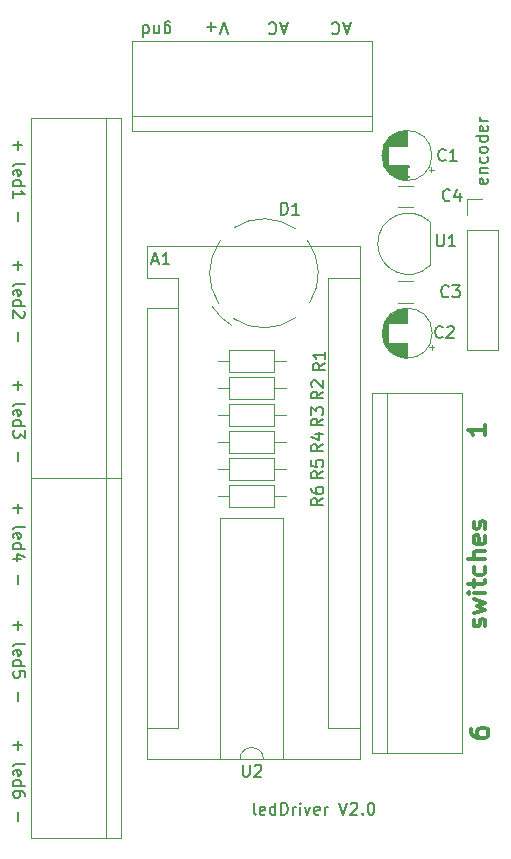
<source format=gbr>
%TF.GenerationSoftware,KiCad,Pcbnew,(5.1.12)-1*%
%TF.CreationDate,2022-01-07T12:55:28+01:00*%
%TF.ProjectId,leddriver,6c656464-7269-4766-9572-2e6b69636164,rev?*%
%TF.SameCoordinates,Original*%
%TF.FileFunction,Legend,Top*%
%TF.FilePolarity,Positive*%
%FSLAX46Y46*%
G04 Gerber Fmt 4.6, Leading zero omitted, Abs format (unit mm)*
G04 Created by KiCad (PCBNEW (5.1.12)-1) date 2022-01-07 12:55:28*
%MOMM*%
%LPD*%
G01*
G04 APERTURE LIST*
%ADD10C,0.150000*%
%ADD11C,0.300000*%
%ADD12C,0.120000*%
G04 APERTURE END LIST*
D10*
X82320428Y-86177380D02*
X82225190Y-86129761D01*
X82177571Y-86034523D01*
X82177571Y-85177380D01*
X83082333Y-86129761D02*
X82987095Y-86177380D01*
X82796619Y-86177380D01*
X82701380Y-86129761D01*
X82653761Y-86034523D01*
X82653761Y-85653571D01*
X82701380Y-85558333D01*
X82796619Y-85510714D01*
X82987095Y-85510714D01*
X83082333Y-85558333D01*
X83129952Y-85653571D01*
X83129952Y-85748809D01*
X82653761Y-85844047D01*
X83987095Y-86177380D02*
X83987095Y-85177380D01*
X83987095Y-86129761D02*
X83891857Y-86177380D01*
X83701380Y-86177380D01*
X83606142Y-86129761D01*
X83558523Y-86082142D01*
X83510904Y-85986904D01*
X83510904Y-85701190D01*
X83558523Y-85605952D01*
X83606142Y-85558333D01*
X83701380Y-85510714D01*
X83891857Y-85510714D01*
X83987095Y-85558333D01*
X84463285Y-86177380D02*
X84463285Y-85177380D01*
X84701380Y-85177380D01*
X84844238Y-85225000D01*
X84939476Y-85320238D01*
X84987095Y-85415476D01*
X85034714Y-85605952D01*
X85034714Y-85748809D01*
X84987095Y-85939285D01*
X84939476Y-86034523D01*
X84844238Y-86129761D01*
X84701380Y-86177380D01*
X84463285Y-86177380D01*
X85463285Y-86177380D02*
X85463285Y-85510714D01*
X85463285Y-85701190D02*
X85510904Y-85605952D01*
X85558523Y-85558333D01*
X85653761Y-85510714D01*
X85749000Y-85510714D01*
X86082333Y-86177380D02*
X86082333Y-85510714D01*
X86082333Y-85177380D02*
X86034714Y-85225000D01*
X86082333Y-85272619D01*
X86129952Y-85225000D01*
X86082333Y-85177380D01*
X86082333Y-85272619D01*
X86463285Y-85510714D02*
X86701380Y-86177380D01*
X86939476Y-85510714D01*
X87701380Y-86129761D02*
X87606142Y-86177380D01*
X87415666Y-86177380D01*
X87320428Y-86129761D01*
X87272809Y-86034523D01*
X87272809Y-85653571D01*
X87320428Y-85558333D01*
X87415666Y-85510714D01*
X87606142Y-85510714D01*
X87701380Y-85558333D01*
X87749000Y-85653571D01*
X87749000Y-85748809D01*
X87272809Y-85844047D01*
X88177571Y-86177380D02*
X88177571Y-85510714D01*
X88177571Y-85701190D02*
X88225190Y-85605952D01*
X88272809Y-85558333D01*
X88368047Y-85510714D01*
X88463285Y-85510714D01*
X89415666Y-85177380D02*
X89749000Y-86177380D01*
X90082333Y-85177380D01*
X90368047Y-85272619D02*
X90415666Y-85225000D01*
X90510904Y-85177380D01*
X90749000Y-85177380D01*
X90844238Y-85225000D01*
X90891857Y-85272619D01*
X90939476Y-85367857D01*
X90939476Y-85463095D01*
X90891857Y-85605952D01*
X90320428Y-86177380D01*
X90939476Y-86177380D01*
X91368047Y-86082142D02*
X91415666Y-86129761D01*
X91368047Y-86177380D01*
X91320428Y-86129761D01*
X91368047Y-86082142D01*
X91368047Y-86177380D01*
X92034714Y-85177380D02*
X92129952Y-85177380D01*
X92225190Y-85225000D01*
X92272809Y-85272619D01*
X92320428Y-85367857D01*
X92368047Y-85558333D01*
X92368047Y-85796428D01*
X92320428Y-85986904D01*
X92272809Y-86082142D01*
X92225190Y-86129761D01*
X92129952Y-86177380D01*
X92034714Y-86177380D01*
X91939476Y-86129761D01*
X91891857Y-86082142D01*
X91844238Y-85986904D01*
X91796619Y-85796428D01*
X91796619Y-85558333D01*
X91844238Y-85367857D01*
X91891857Y-85272619D01*
X91939476Y-85225000D01*
X92034714Y-85177380D01*
X101904761Y-32333333D02*
X101952380Y-32428571D01*
X101952380Y-32619047D01*
X101904761Y-32714285D01*
X101809523Y-32761904D01*
X101428571Y-32761904D01*
X101333333Y-32714285D01*
X101285714Y-32619047D01*
X101285714Y-32428571D01*
X101333333Y-32333333D01*
X101428571Y-32285714D01*
X101523809Y-32285714D01*
X101619047Y-32761904D01*
X101285714Y-31857142D02*
X101952380Y-31857142D01*
X101380952Y-31857142D02*
X101333333Y-31809523D01*
X101285714Y-31714285D01*
X101285714Y-31571428D01*
X101333333Y-31476190D01*
X101428571Y-31428571D01*
X101952380Y-31428571D01*
X101904761Y-30523809D02*
X101952380Y-30619047D01*
X101952380Y-30809523D01*
X101904761Y-30904761D01*
X101857142Y-30952380D01*
X101761904Y-31000000D01*
X101476190Y-31000000D01*
X101380952Y-30952380D01*
X101333333Y-30904761D01*
X101285714Y-30809523D01*
X101285714Y-30619047D01*
X101333333Y-30523809D01*
X101952380Y-29952380D02*
X101904761Y-30047619D01*
X101857142Y-30095238D01*
X101761904Y-30142857D01*
X101476190Y-30142857D01*
X101380952Y-30095238D01*
X101333333Y-30047619D01*
X101285714Y-29952380D01*
X101285714Y-29809523D01*
X101333333Y-29714285D01*
X101380952Y-29666666D01*
X101476190Y-29619047D01*
X101761904Y-29619047D01*
X101857142Y-29666666D01*
X101904761Y-29714285D01*
X101952380Y-29809523D01*
X101952380Y-29952380D01*
X101952380Y-28761904D02*
X100952380Y-28761904D01*
X101904761Y-28761904D02*
X101952380Y-28857142D01*
X101952380Y-29047619D01*
X101904761Y-29142857D01*
X101857142Y-29190476D01*
X101761904Y-29238095D01*
X101476190Y-29238095D01*
X101380952Y-29190476D01*
X101333333Y-29142857D01*
X101285714Y-29047619D01*
X101285714Y-28857142D01*
X101333333Y-28761904D01*
X101904761Y-27904761D02*
X101952380Y-28000000D01*
X101952380Y-28190476D01*
X101904761Y-28285714D01*
X101809523Y-28333333D01*
X101428571Y-28333333D01*
X101333333Y-28285714D01*
X101285714Y-28190476D01*
X101285714Y-28000000D01*
X101333333Y-27904761D01*
X101428571Y-27857142D01*
X101523809Y-27857142D01*
X101619047Y-28333333D01*
X101952380Y-27428571D02*
X101285714Y-27428571D01*
X101476190Y-27428571D02*
X101380952Y-27380952D01*
X101333333Y-27333333D01*
X101285714Y-27238095D01*
X101285714Y-27142857D01*
X90273047Y-19391333D02*
X89796857Y-19391333D01*
X90368285Y-19105619D02*
X90034952Y-20105619D01*
X89701619Y-19105619D01*
X88796857Y-19200857D02*
X88844476Y-19153238D01*
X88987333Y-19105619D01*
X89082571Y-19105619D01*
X89225428Y-19153238D01*
X89320666Y-19248476D01*
X89368285Y-19343714D01*
X89415904Y-19534190D01*
X89415904Y-19677047D01*
X89368285Y-19867523D01*
X89320666Y-19962761D01*
X89225428Y-20058000D01*
X89082571Y-20105619D01*
X88987333Y-20105619D01*
X88844476Y-20058000D01*
X88796857Y-20010380D01*
X84939047Y-19391333D02*
X84462857Y-19391333D01*
X85034285Y-19105619D02*
X84700952Y-20105619D01*
X84367619Y-19105619D01*
X83462857Y-19200857D02*
X83510476Y-19153238D01*
X83653333Y-19105619D01*
X83748571Y-19105619D01*
X83891428Y-19153238D01*
X83986666Y-19248476D01*
X84034285Y-19343714D01*
X84081904Y-19534190D01*
X84081904Y-19677047D01*
X84034285Y-19867523D01*
X83986666Y-19962761D01*
X83891428Y-20058000D01*
X83748571Y-20105619D01*
X83653333Y-20105619D01*
X83510476Y-20058000D01*
X83462857Y-20010380D01*
X79946380Y-20105619D02*
X79613047Y-19105619D01*
X79279714Y-20105619D01*
X78946380Y-19486571D02*
X78184476Y-19486571D01*
X78565428Y-19105619D02*
X78565428Y-19867523D01*
X74604476Y-20026285D02*
X74604476Y-19216761D01*
X74652095Y-19121523D01*
X74699714Y-19073904D01*
X74794952Y-19026285D01*
X74937809Y-19026285D01*
X75033047Y-19073904D01*
X74604476Y-19407238D02*
X74699714Y-19359619D01*
X74890190Y-19359619D01*
X74985428Y-19407238D01*
X75033047Y-19454857D01*
X75080666Y-19550095D01*
X75080666Y-19835809D01*
X75033047Y-19931047D01*
X74985428Y-19978666D01*
X74890190Y-20026285D01*
X74699714Y-20026285D01*
X74604476Y-19978666D01*
X74128285Y-20026285D02*
X74128285Y-19359619D01*
X74128285Y-19931047D02*
X74080666Y-19978666D01*
X73985428Y-20026285D01*
X73842571Y-20026285D01*
X73747333Y-19978666D01*
X73699714Y-19883428D01*
X73699714Y-19359619D01*
X72794952Y-19359619D02*
X72794952Y-20359619D01*
X72794952Y-19407238D02*
X72890190Y-19359619D01*
X73080666Y-19359619D01*
X73175904Y-19407238D01*
X73223523Y-19454857D01*
X73271142Y-19550095D01*
X73271142Y-19835809D01*
X73223523Y-19931047D01*
X73175904Y-19978666D01*
X73080666Y-20026285D01*
X72890190Y-20026285D01*
X72794952Y-19978666D01*
D11*
X101770571Y-53165428D02*
X101770571Y-54022571D01*
X101770571Y-53594000D02*
X100270571Y-53594000D01*
X100484857Y-53736857D01*
X100627714Y-53879714D01*
X100699142Y-54022571D01*
X100524571Y-78962285D02*
X100524571Y-79248000D01*
X100596000Y-79390857D01*
X100667428Y-79462285D01*
X100881714Y-79605142D01*
X101167428Y-79676571D01*
X101738857Y-79676571D01*
X101881714Y-79605142D01*
X101953142Y-79533714D01*
X102024571Y-79390857D01*
X102024571Y-79105142D01*
X101953142Y-78962285D01*
X101881714Y-78890857D01*
X101738857Y-78819428D01*
X101381714Y-78819428D01*
X101238857Y-78890857D01*
X101167428Y-78962285D01*
X101096000Y-79105142D01*
X101096000Y-79390857D01*
X101167428Y-79533714D01*
X101238857Y-79605142D01*
X101381714Y-79676571D01*
X101699142Y-70250285D02*
X101770571Y-70107428D01*
X101770571Y-69821714D01*
X101699142Y-69678857D01*
X101556285Y-69607428D01*
X101484857Y-69607428D01*
X101342000Y-69678857D01*
X101270571Y-69821714D01*
X101270571Y-70036000D01*
X101199142Y-70178857D01*
X101056285Y-70250285D01*
X100984857Y-70250285D01*
X100842000Y-70178857D01*
X100770571Y-70036000D01*
X100770571Y-69821714D01*
X100842000Y-69678857D01*
X100770571Y-69107428D02*
X101770571Y-68821714D01*
X101056285Y-68536000D01*
X101770571Y-68250285D01*
X100770571Y-67964571D01*
X101770571Y-67393142D02*
X100770571Y-67393142D01*
X100270571Y-67393142D02*
X100342000Y-67464571D01*
X100413428Y-67393142D01*
X100342000Y-67321714D01*
X100270571Y-67393142D01*
X100413428Y-67393142D01*
X100770571Y-66893142D02*
X100770571Y-66321714D01*
X100270571Y-66678857D02*
X101556285Y-66678857D01*
X101699142Y-66607428D01*
X101770571Y-66464571D01*
X101770571Y-66321714D01*
X101699142Y-65178857D02*
X101770571Y-65321714D01*
X101770571Y-65607428D01*
X101699142Y-65750285D01*
X101627714Y-65821714D01*
X101484857Y-65893142D01*
X101056285Y-65893142D01*
X100913428Y-65821714D01*
X100842000Y-65750285D01*
X100770571Y-65607428D01*
X100770571Y-65321714D01*
X100842000Y-65178857D01*
X101770571Y-64536000D02*
X100270571Y-64536000D01*
X101770571Y-63893142D02*
X100984857Y-63893142D01*
X100842000Y-63964571D01*
X100770571Y-64107428D01*
X100770571Y-64321714D01*
X100842000Y-64464571D01*
X100913428Y-64536000D01*
X101699142Y-62607428D02*
X101770571Y-62750285D01*
X101770571Y-63036000D01*
X101699142Y-63178857D01*
X101556285Y-63250285D01*
X100984857Y-63250285D01*
X100842000Y-63178857D01*
X100770571Y-63036000D01*
X100770571Y-62750285D01*
X100842000Y-62607428D01*
X100984857Y-62536000D01*
X101127714Y-62536000D01*
X101270571Y-63250285D01*
X101699142Y-61964571D02*
X101770571Y-61821714D01*
X101770571Y-61536000D01*
X101699142Y-61393142D01*
X101556285Y-61321714D01*
X101484857Y-61321714D01*
X101342000Y-61393142D01*
X101270571Y-61536000D01*
X101270571Y-61750285D01*
X101199142Y-61893142D01*
X101056285Y-61964571D01*
X100984857Y-61964571D01*
X100842000Y-61893142D01*
X100770571Y-61750285D01*
X100770571Y-61536000D01*
X100842000Y-61393142D01*
D10*
X62158571Y-79931047D02*
X62158571Y-80692952D01*
X61777619Y-80312000D02*
X62539523Y-80312000D01*
X61777619Y-82073904D02*
X61825238Y-81978666D01*
X61920476Y-81931047D01*
X62777619Y-81931047D01*
X61825238Y-82835809D02*
X61777619Y-82740571D01*
X61777619Y-82550095D01*
X61825238Y-82454857D01*
X61920476Y-82407238D01*
X62301428Y-82407238D01*
X62396666Y-82454857D01*
X62444285Y-82550095D01*
X62444285Y-82740571D01*
X62396666Y-82835809D01*
X62301428Y-82883428D01*
X62206190Y-82883428D01*
X62110952Y-82407238D01*
X61777619Y-83740571D02*
X62777619Y-83740571D01*
X61825238Y-83740571D02*
X61777619Y-83645333D01*
X61777619Y-83454857D01*
X61825238Y-83359619D01*
X61872857Y-83312000D01*
X61968095Y-83264380D01*
X62253809Y-83264380D01*
X62349047Y-83312000D01*
X62396666Y-83359619D01*
X62444285Y-83454857D01*
X62444285Y-83645333D01*
X62396666Y-83740571D01*
X62777619Y-84645333D02*
X62777619Y-84454857D01*
X62730000Y-84359619D01*
X62682380Y-84312000D01*
X62539523Y-84216761D01*
X62349047Y-84169142D01*
X61968095Y-84169142D01*
X61872857Y-84216761D01*
X61825238Y-84264380D01*
X61777619Y-84359619D01*
X61777619Y-84550095D01*
X61825238Y-84645333D01*
X61872857Y-84692952D01*
X61968095Y-84740571D01*
X62206190Y-84740571D01*
X62301428Y-84692952D01*
X62349047Y-84645333D01*
X62396666Y-84550095D01*
X62396666Y-84359619D01*
X62349047Y-84264380D01*
X62301428Y-84216761D01*
X62206190Y-84169142D01*
X62158571Y-85931047D02*
X62158571Y-86692952D01*
X62158571Y-69771047D02*
X62158571Y-70532952D01*
X61777619Y-70152000D02*
X62539523Y-70152000D01*
X61777619Y-71913904D02*
X61825238Y-71818666D01*
X61920476Y-71771047D01*
X62777619Y-71771047D01*
X61825238Y-72675809D02*
X61777619Y-72580571D01*
X61777619Y-72390095D01*
X61825238Y-72294857D01*
X61920476Y-72247238D01*
X62301428Y-72247238D01*
X62396666Y-72294857D01*
X62444285Y-72390095D01*
X62444285Y-72580571D01*
X62396666Y-72675809D01*
X62301428Y-72723428D01*
X62206190Y-72723428D01*
X62110952Y-72247238D01*
X61777619Y-73580571D02*
X62777619Y-73580571D01*
X61825238Y-73580571D02*
X61777619Y-73485333D01*
X61777619Y-73294857D01*
X61825238Y-73199619D01*
X61872857Y-73152000D01*
X61968095Y-73104380D01*
X62253809Y-73104380D01*
X62349047Y-73152000D01*
X62396666Y-73199619D01*
X62444285Y-73294857D01*
X62444285Y-73485333D01*
X62396666Y-73580571D01*
X62777619Y-74532952D02*
X62777619Y-74056761D01*
X62301428Y-74009142D01*
X62349047Y-74056761D01*
X62396666Y-74152000D01*
X62396666Y-74390095D01*
X62349047Y-74485333D01*
X62301428Y-74532952D01*
X62206190Y-74580571D01*
X61968095Y-74580571D01*
X61872857Y-74532952D01*
X61825238Y-74485333D01*
X61777619Y-74390095D01*
X61777619Y-74152000D01*
X61825238Y-74056761D01*
X61872857Y-74009142D01*
X62158571Y-75771047D02*
X62158571Y-76532952D01*
X62158571Y-59865047D02*
X62158571Y-60626952D01*
X61777619Y-60246000D02*
X62539523Y-60246000D01*
X61777619Y-62007904D02*
X61825238Y-61912666D01*
X61920476Y-61865047D01*
X62777619Y-61865047D01*
X61825238Y-62769809D02*
X61777619Y-62674571D01*
X61777619Y-62484095D01*
X61825238Y-62388857D01*
X61920476Y-62341238D01*
X62301428Y-62341238D01*
X62396666Y-62388857D01*
X62444285Y-62484095D01*
X62444285Y-62674571D01*
X62396666Y-62769809D01*
X62301428Y-62817428D01*
X62206190Y-62817428D01*
X62110952Y-62341238D01*
X61777619Y-63674571D02*
X62777619Y-63674571D01*
X61825238Y-63674571D02*
X61777619Y-63579333D01*
X61777619Y-63388857D01*
X61825238Y-63293619D01*
X61872857Y-63246000D01*
X61968095Y-63198380D01*
X62253809Y-63198380D01*
X62349047Y-63246000D01*
X62396666Y-63293619D01*
X62444285Y-63388857D01*
X62444285Y-63579333D01*
X62396666Y-63674571D01*
X62444285Y-64579333D02*
X61777619Y-64579333D01*
X62825238Y-64341238D02*
X62110952Y-64103142D01*
X62110952Y-64722190D01*
X62158571Y-65865047D02*
X62158571Y-66626952D01*
X62158571Y-49451047D02*
X62158571Y-50212952D01*
X61777619Y-49832000D02*
X62539523Y-49832000D01*
X61777619Y-51593904D02*
X61825238Y-51498666D01*
X61920476Y-51451047D01*
X62777619Y-51451047D01*
X61825238Y-52355809D02*
X61777619Y-52260571D01*
X61777619Y-52070095D01*
X61825238Y-51974857D01*
X61920476Y-51927238D01*
X62301428Y-51927238D01*
X62396666Y-51974857D01*
X62444285Y-52070095D01*
X62444285Y-52260571D01*
X62396666Y-52355809D01*
X62301428Y-52403428D01*
X62206190Y-52403428D01*
X62110952Y-51927238D01*
X61777619Y-53260571D02*
X62777619Y-53260571D01*
X61825238Y-53260571D02*
X61777619Y-53165333D01*
X61777619Y-52974857D01*
X61825238Y-52879619D01*
X61872857Y-52832000D01*
X61968095Y-52784380D01*
X62253809Y-52784380D01*
X62349047Y-52832000D01*
X62396666Y-52879619D01*
X62444285Y-52974857D01*
X62444285Y-53165333D01*
X62396666Y-53260571D01*
X62777619Y-53641523D02*
X62777619Y-54260571D01*
X62396666Y-53927238D01*
X62396666Y-54070095D01*
X62349047Y-54165333D01*
X62301428Y-54212952D01*
X62206190Y-54260571D01*
X61968095Y-54260571D01*
X61872857Y-54212952D01*
X61825238Y-54165333D01*
X61777619Y-54070095D01*
X61777619Y-53784380D01*
X61825238Y-53689142D01*
X61872857Y-53641523D01*
X62158571Y-55451047D02*
X62158571Y-56212952D01*
X62158571Y-39291047D02*
X62158571Y-40052952D01*
X61777619Y-39672000D02*
X62539523Y-39672000D01*
X61777619Y-41433904D02*
X61825238Y-41338666D01*
X61920476Y-41291047D01*
X62777619Y-41291047D01*
X61825238Y-42195809D02*
X61777619Y-42100571D01*
X61777619Y-41910095D01*
X61825238Y-41814857D01*
X61920476Y-41767238D01*
X62301428Y-41767238D01*
X62396666Y-41814857D01*
X62444285Y-41910095D01*
X62444285Y-42100571D01*
X62396666Y-42195809D01*
X62301428Y-42243428D01*
X62206190Y-42243428D01*
X62110952Y-41767238D01*
X61777619Y-43100571D02*
X62777619Y-43100571D01*
X61825238Y-43100571D02*
X61777619Y-43005333D01*
X61777619Y-42814857D01*
X61825238Y-42719619D01*
X61872857Y-42672000D01*
X61968095Y-42624380D01*
X62253809Y-42624380D01*
X62349047Y-42672000D01*
X62396666Y-42719619D01*
X62444285Y-42814857D01*
X62444285Y-43005333D01*
X62396666Y-43100571D01*
X62682380Y-43529142D02*
X62730000Y-43576761D01*
X62777619Y-43672000D01*
X62777619Y-43910095D01*
X62730000Y-44005333D01*
X62682380Y-44052952D01*
X62587142Y-44100571D01*
X62491904Y-44100571D01*
X62349047Y-44052952D01*
X61777619Y-43481523D01*
X61777619Y-44100571D01*
X62158571Y-45291047D02*
X62158571Y-46052952D01*
X62158571Y-29131047D02*
X62158571Y-29892952D01*
X61777619Y-29512000D02*
X62539523Y-29512000D01*
X61777619Y-31273904D02*
X61825238Y-31178666D01*
X61920476Y-31131047D01*
X62777619Y-31131047D01*
X61825238Y-32035809D02*
X61777619Y-31940571D01*
X61777619Y-31750095D01*
X61825238Y-31654857D01*
X61920476Y-31607238D01*
X62301428Y-31607238D01*
X62396666Y-31654857D01*
X62444285Y-31750095D01*
X62444285Y-31940571D01*
X62396666Y-32035809D01*
X62301428Y-32083428D01*
X62206190Y-32083428D01*
X62110952Y-31607238D01*
X61777619Y-32940571D02*
X62777619Y-32940571D01*
X61825238Y-32940571D02*
X61777619Y-32845333D01*
X61777619Y-32654857D01*
X61825238Y-32559619D01*
X61872857Y-32512000D01*
X61968095Y-32464380D01*
X62253809Y-32464380D01*
X62349047Y-32512000D01*
X62396666Y-32559619D01*
X62444285Y-32654857D01*
X62444285Y-32845333D01*
X62396666Y-32940571D01*
X61777619Y-33940571D02*
X61777619Y-33369142D01*
X61777619Y-33654857D02*
X62777619Y-33654857D01*
X62634761Y-33559619D01*
X62539523Y-33464380D01*
X62491904Y-33369142D01*
X62158571Y-35131047D02*
X62158571Y-35892952D01*
D12*
%TO.C,C4*%
X95645000Y-32921000D02*
X94387000Y-32921000D01*
X95645000Y-34761000D02*
X94387000Y-34761000D01*
%TO.C,U1*%
X97100000Y-39646000D02*
X97100000Y-36046000D01*
X97088478Y-36007522D02*
G75*
G03*
X92650000Y-37846000I-1838478J-1838478D01*
G01*
X97088478Y-39684478D02*
G75*
G02*
X92650000Y-37846000I-1838478J1838478D01*
G01*
%TO.C,U2*%
X82988000Y-81508000D02*
X84638000Y-81508000D01*
X84638000Y-81508000D02*
X84638000Y-61068000D01*
X84638000Y-61068000D02*
X79338000Y-61068000D01*
X79338000Y-61068000D02*
X79338000Y-81508000D01*
X79338000Y-81508000D02*
X80988000Y-81508000D01*
X80988000Y-81508000D02*
G75*
G02*
X82988000Y-81508000I1000000J0D01*
G01*
%TO.C,R6*%
X80068000Y-58303000D02*
X80068000Y-60143000D01*
X80068000Y-60143000D02*
X83908000Y-60143000D01*
X83908000Y-60143000D02*
X83908000Y-58303000D01*
X83908000Y-58303000D02*
X80068000Y-58303000D01*
X79118000Y-59223000D02*
X80068000Y-59223000D01*
X84858000Y-59223000D02*
X83908000Y-59223000D01*
%TO.C,R5*%
X80068000Y-56017000D02*
X80068000Y-57857000D01*
X80068000Y-57857000D02*
X83908000Y-57857000D01*
X83908000Y-57857000D02*
X83908000Y-56017000D01*
X83908000Y-56017000D02*
X80068000Y-56017000D01*
X79118000Y-56937000D02*
X80068000Y-56937000D01*
X84858000Y-56937000D02*
X83908000Y-56937000D01*
%TO.C,R4*%
X80068000Y-53731000D02*
X80068000Y-55571000D01*
X80068000Y-55571000D02*
X83908000Y-55571000D01*
X83908000Y-55571000D02*
X83908000Y-53731000D01*
X83908000Y-53731000D02*
X80068000Y-53731000D01*
X79118000Y-54651000D02*
X80068000Y-54651000D01*
X84858000Y-54651000D02*
X83908000Y-54651000D01*
%TO.C,R3*%
X80068000Y-51445000D02*
X80068000Y-53285000D01*
X80068000Y-53285000D02*
X83908000Y-53285000D01*
X83908000Y-53285000D02*
X83908000Y-51445000D01*
X83908000Y-51445000D02*
X80068000Y-51445000D01*
X79118000Y-52365000D02*
X80068000Y-52365000D01*
X84858000Y-52365000D02*
X83908000Y-52365000D01*
%TO.C,R2*%
X80068000Y-49159000D02*
X80068000Y-50999000D01*
X80068000Y-50999000D02*
X83908000Y-50999000D01*
X83908000Y-50999000D02*
X83908000Y-49159000D01*
X83908000Y-49159000D02*
X80068000Y-49159000D01*
X79118000Y-50079000D02*
X80068000Y-50079000D01*
X84858000Y-50079000D02*
X83908000Y-50079000D01*
%TO.C,R1*%
X80068000Y-46873000D02*
X80068000Y-48713000D01*
X80068000Y-48713000D02*
X83908000Y-48713000D01*
X83908000Y-48713000D02*
X83908000Y-46873000D01*
X83908000Y-46873000D02*
X80068000Y-46873000D01*
X79118000Y-47793000D02*
X80068000Y-47793000D01*
X84858000Y-47793000D02*
X83908000Y-47793000D01*
%TO.C,C3*%
X95655000Y-42850000D02*
X94397000Y-42850000D01*
X95655000Y-41010000D02*
X94397000Y-41010000D01*
%TO.C,C2*%
X97265000Y-45417000D02*
G75*
G03*
X97265000Y-45417000I-2120000J0D01*
G01*
X95145000Y-44577000D02*
X95145000Y-43337000D01*
X95145000Y-47497000D02*
X95145000Y-46257000D01*
X95105000Y-44577000D02*
X95105000Y-43337000D01*
X95105000Y-47497000D02*
X95105000Y-46257000D01*
X95065000Y-44577000D02*
X95065000Y-43338000D01*
X95065000Y-47496000D02*
X95065000Y-46257000D01*
X95025000Y-47494000D02*
X95025000Y-46257000D01*
X95025000Y-44577000D02*
X95025000Y-43340000D01*
X94985000Y-47491000D02*
X94985000Y-46257000D01*
X94985000Y-44577000D02*
X94985000Y-43343000D01*
X94945000Y-47488000D02*
X94945000Y-46257000D01*
X94945000Y-44577000D02*
X94945000Y-43346000D01*
X94905000Y-47484000D02*
X94905000Y-46257000D01*
X94905000Y-44577000D02*
X94905000Y-43350000D01*
X94865000Y-47479000D02*
X94865000Y-46257000D01*
X94865000Y-44577000D02*
X94865000Y-43355000D01*
X94825000Y-47473000D02*
X94825000Y-46257000D01*
X94825000Y-44577000D02*
X94825000Y-43361000D01*
X94785000Y-47467000D02*
X94785000Y-46257000D01*
X94785000Y-44577000D02*
X94785000Y-43367000D01*
X94745000Y-47459000D02*
X94745000Y-46257000D01*
X94745000Y-44577000D02*
X94745000Y-43375000D01*
X94705000Y-47451000D02*
X94705000Y-46257000D01*
X94705000Y-44577000D02*
X94705000Y-43383000D01*
X94665000Y-47442000D02*
X94665000Y-46257000D01*
X94665000Y-44577000D02*
X94665000Y-43392000D01*
X94625000Y-47433000D02*
X94625000Y-46257000D01*
X94625000Y-44577000D02*
X94625000Y-43401000D01*
X94585000Y-47422000D02*
X94585000Y-46257000D01*
X94585000Y-44577000D02*
X94585000Y-43412000D01*
X94545000Y-47411000D02*
X94545000Y-46257000D01*
X94545000Y-44577000D02*
X94545000Y-43423000D01*
X94505000Y-47399000D02*
X94505000Y-46257000D01*
X94505000Y-44577000D02*
X94505000Y-43435000D01*
X94465000Y-47385000D02*
X94465000Y-46257000D01*
X94465000Y-44577000D02*
X94465000Y-43449000D01*
X94424000Y-47371000D02*
X94424000Y-46257000D01*
X94424000Y-44577000D02*
X94424000Y-43463000D01*
X94384000Y-47357000D02*
X94384000Y-46257000D01*
X94384000Y-44577000D02*
X94384000Y-43477000D01*
X94344000Y-47341000D02*
X94344000Y-46257000D01*
X94344000Y-44577000D02*
X94344000Y-43493000D01*
X94304000Y-47324000D02*
X94304000Y-46257000D01*
X94304000Y-44577000D02*
X94304000Y-43510000D01*
X94264000Y-47306000D02*
X94264000Y-46257000D01*
X94264000Y-44577000D02*
X94264000Y-43528000D01*
X94224000Y-47287000D02*
X94224000Y-46257000D01*
X94224000Y-44577000D02*
X94224000Y-43547000D01*
X94184000Y-47268000D02*
X94184000Y-46257000D01*
X94184000Y-44577000D02*
X94184000Y-43566000D01*
X94144000Y-47247000D02*
X94144000Y-46257000D01*
X94144000Y-44577000D02*
X94144000Y-43587000D01*
X94104000Y-47225000D02*
X94104000Y-46257000D01*
X94104000Y-44577000D02*
X94104000Y-43609000D01*
X94064000Y-47202000D02*
X94064000Y-46257000D01*
X94064000Y-44577000D02*
X94064000Y-43632000D01*
X94024000Y-47177000D02*
X94024000Y-46257000D01*
X94024000Y-44577000D02*
X94024000Y-43657000D01*
X93984000Y-47152000D02*
X93984000Y-46257000D01*
X93984000Y-44577000D02*
X93984000Y-43682000D01*
X93944000Y-47125000D02*
X93944000Y-46257000D01*
X93944000Y-44577000D02*
X93944000Y-43709000D01*
X93904000Y-47097000D02*
X93904000Y-46257000D01*
X93904000Y-44577000D02*
X93904000Y-43737000D01*
X93864000Y-47067000D02*
X93864000Y-46257000D01*
X93864000Y-44577000D02*
X93864000Y-43767000D01*
X93824000Y-47036000D02*
X93824000Y-46257000D01*
X93824000Y-44577000D02*
X93824000Y-43798000D01*
X93784000Y-47004000D02*
X93784000Y-46257000D01*
X93784000Y-44577000D02*
X93784000Y-43830000D01*
X93744000Y-46969000D02*
X93744000Y-46257000D01*
X93744000Y-44577000D02*
X93744000Y-43865000D01*
X93704000Y-46933000D02*
X93704000Y-46257000D01*
X93704000Y-44577000D02*
X93704000Y-43901000D01*
X93664000Y-46895000D02*
X93664000Y-46257000D01*
X93664000Y-44577000D02*
X93664000Y-43939000D01*
X93624000Y-46855000D02*
X93624000Y-46257000D01*
X93624000Y-44577000D02*
X93624000Y-43979000D01*
X93584000Y-46813000D02*
X93584000Y-46257000D01*
X93584000Y-44577000D02*
X93584000Y-44021000D01*
X93544000Y-46768000D02*
X93544000Y-44066000D01*
X93504000Y-46721000D02*
X93504000Y-44113000D01*
X93464000Y-46671000D02*
X93464000Y-44163000D01*
X93424000Y-46617000D02*
X93424000Y-44217000D01*
X93384000Y-46559000D02*
X93384000Y-44275000D01*
X93344000Y-46497000D02*
X93344000Y-44337000D01*
X93304000Y-46430000D02*
X93304000Y-44404000D01*
X93264000Y-46357000D02*
X93264000Y-44477000D01*
X93224000Y-46276000D02*
X93224000Y-44558000D01*
X93184000Y-46185000D02*
X93184000Y-44649000D01*
X93144000Y-46081000D02*
X93144000Y-44753000D01*
X93104000Y-45954000D02*
X93104000Y-44880000D01*
X93064000Y-45787000D02*
X93064000Y-45047000D01*
X97414801Y-46612000D02*
X97014801Y-46612000D01*
X97214801Y-46812000D02*
X97214801Y-46412000D01*
%TO.C,C1*%
X97241000Y-30373000D02*
G75*
G03*
X97241000Y-30373000I-2120000J0D01*
G01*
X95121000Y-29533000D02*
X95121000Y-28293000D01*
X95121000Y-32453000D02*
X95121000Y-31213000D01*
X95081000Y-29533000D02*
X95081000Y-28293000D01*
X95081000Y-32453000D02*
X95081000Y-31213000D01*
X95041000Y-29533000D02*
X95041000Y-28294000D01*
X95041000Y-32452000D02*
X95041000Y-31213000D01*
X95001000Y-32450000D02*
X95001000Y-31213000D01*
X95001000Y-29533000D02*
X95001000Y-28296000D01*
X94961000Y-32447000D02*
X94961000Y-31213000D01*
X94961000Y-29533000D02*
X94961000Y-28299000D01*
X94921000Y-32444000D02*
X94921000Y-31213000D01*
X94921000Y-29533000D02*
X94921000Y-28302000D01*
X94881000Y-32440000D02*
X94881000Y-31213000D01*
X94881000Y-29533000D02*
X94881000Y-28306000D01*
X94841000Y-32435000D02*
X94841000Y-31213000D01*
X94841000Y-29533000D02*
X94841000Y-28311000D01*
X94801000Y-32429000D02*
X94801000Y-31213000D01*
X94801000Y-29533000D02*
X94801000Y-28317000D01*
X94761000Y-32423000D02*
X94761000Y-31213000D01*
X94761000Y-29533000D02*
X94761000Y-28323000D01*
X94721000Y-32415000D02*
X94721000Y-31213000D01*
X94721000Y-29533000D02*
X94721000Y-28331000D01*
X94681000Y-32407000D02*
X94681000Y-31213000D01*
X94681000Y-29533000D02*
X94681000Y-28339000D01*
X94641000Y-32398000D02*
X94641000Y-31213000D01*
X94641000Y-29533000D02*
X94641000Y-28348000D01*
X94601000Y-32389000D02*
X94601000Y-31213000D01*
X94601000Y-29533000D02*
X94601000Y-28357000D01*
X94561000Y-32378000D02*
X94561000Y-31213000D01*
X94561000Y-29533000D02*
X94561000Y-28368000D01*
X94521000Y-32367000D02*
X94521000Y-31213000D01*
X94521000Y-29533000D02*
X94521000Y-28379000D01*
X94481000Y-32355000D02*
X94481000Y-31213000D01*
X94481000Y-29533000D02*
X94481000Y-28391000D01*
X94441000Y-32341000D02*
X94441000Y-31213000D01*
X94441000Y-29533000D02*
X94441000Y-28405000D01*
X94400000Y-32327000D02*
X94400000Y-31213000D01*
X94400000Y-29533000D02*
X94400000Y-28419000D01*
X94360000Y-32313000D02*
X94360000Y-31213000D01*
X94360000Y-29533000D02*
X94360000Y-28433000D01*
X94320000Y-32297000D02*
X94320000Y-31213000D01*
X94320000Y-29533000D02*
X94320000Y-28449000D01*
X94280000Y-32280000D02*
X94280000Y-31213000D01*
X94280000Y-29533000D02*
X94280000Y-28466000D01*
X94240000Y-32262000D02*
X94240000Y-31213000D01*
X94240000Y-29533000D02*
X94240000Y-28484000D01*
X94200000Y-32243000D02*
X94200000Y-31213000D01*
X94200000Y-29533000D02*
X94200000Y-28503000D01*
X94160000Y-32224000D02*
X94160000Y-31213000D01*
X94160000Y-29533000D02*
X94160000Y-28522000D01*
X94120000Y-32203000D02*
X94120000Y-31213000D01*
X94120000Y-29533000D02*
X94120000Y-28543000D01*
X94080000Y-32181000D02*
X94080000Y-31213000D01*
X94080000Y-29533000D02*
X94080000Y-28565000D01*
X94040000Y-32158000D02*
X94040000Y-31213000D01*
X94040000Y-29533000D02*
X94040000Y-28588000D01*
X94000000Y-32133000D02*
X94000000Y-31213000D01*
X94000000Y-29533000D02*
X94000000Y-28613000D01*
X93960000Y-32108000D02*
X93960000Y-31213000D01*
X93960000Y-29533000D02*
X93960000Y-28638000D01*
X93920000Y-32081000D02*
X93920000Y-31213000D01*
X93920000Y-29533000D02*
X93920000Y-28665000D01*
X93880000Y-32053000D02*
X93880000Y-31213000D01*
X93880000Y-29533000D02*
X93880000Y-28693000D01*
X93840000Y-32023000D02*
X93840000Y-31213000D01*
X93840000Y-29533000D02*
X93840000Y-28723000D01*
X93800000Y-31992000D02*
X93800000Y-31213000D01*
X93800000Y-29533000D02*
X93800000Y-28754000D01*
X93760000Y-31960000D02*
X93760000Y-31213000D01*
X93760000Y-29533000D02*
X93760000Y-28786000D01*
X93720000Y-31925000D02*
X93720000Y-31213000D01*
X93720000Y-29533000D02*
X93720000Y-28821000D01*
X93680000Y-31889000D02*
X93680000Y-31213000D01*
X93680000Y-29533000D02*
X93680000Y-28857000D01*
X93640000Y-31851000D02*
X93640000Y-31213000D01*
X93640000Y-29533000D02*
X93640000Y-28895000D01*
X93600000Y-31811000D02*
X93600000Y-31213000D01*
X93600000Y-29533000D02*
X93600000Y-28935000D01*
X93560000Y-31769000D02*
X93560000Y-31213000D01*
X93560000Y-29533000D02*
X93560000Y-28977000D01*
X93520000Y-31724000D02*
X93520000Y-29022000D01*
X93480000Y-31677000D02*
X93480000Y-29069000D01*
X93440000Y-31627000D02*
X93440000Y-29119000D01*
X93400000Y-31573000D02*
X93400000Y-29173000D01*
X93360000Y-31515000D02*
X93360000Y-29231000D01*
X93320000Y-31453000D02*
X93320000Y-29293000D01*
X93280000Y-31386000D02*
X93280000Y-29360000D01*
X93240000Y-31313000D02*
X93240000Y-29433000D01*
X93200000Y-31232000D02*
X93200000Y-29514000D01*
X93160000Y-31141000D02*
X93160000Y-29605000D01*
X93120000Y-31037000D02*
X93120000Y-29709000D01*
X93080000Y-30910000D02*
X93080000Y-29836000D01*
X93040000Y-30743000D02*
X93040000Y-30003000D01*
X97390801Y-31568000D02*
X96990801Y-31568000D01*
X97190801Y-31768000D02*
X97190801Y-31368000D01*
%TO.C,J4*%
X70955000Y-88147000D02*
X70955000Y-57667000D01*
X63335000Y-88147000D02*
X63335000Y-57667000D01*
X69685000Y-88147000D02*
X69685000Y-57667000D01*
X70955000Y-57667000D02*
X63335000Y-57667000D01*
X63335000Y-88147000D02*
X70955000Y-88147000D01*
%TO.C,J3*%
X70955000Y-57667000D02*
X70955000Y-27187000D01*
X63335000Y-57667000D02*
X63335000Y-27187000D01*
X69685000Y-57667000D02*
X69685000Y-27187000D01*
X70955000Y-27187000D02*
X63335000Y-27187000D01*
X63335000Y-57667000D02*
X70955000Y-57667000D01*
%TO.C,J2*%
X92190000Y-50460000D02*
X92190000Y-80940000D01*
X99810000Y-50460000D02*
X99810000Y-80940000D01*
X93460000Y-50460000D02*
X93460000Y-80940000D01*
X92190000Y-80940000D02*
X99810000Y-80940000D01*
X99810000Y-50460000D02*
X92190000Y-50460000D01*
%TO.C,J1*%
X71880000Y-28310000D02*
X92200000Y-28310000D01*
X71880000Y-20690000D02*
X92200000Y-20690000D01*
X92200000Y-27040000D02*
X71880000Y-27040000D01*
X92200000Y-28310000D02*
X92200000Y-20690000D01*
X71880000Y-20690000D02*
X71880000Y-28310000D01*
%TO.C,J5*%
X100170000Y-34050000D02*
X101500000Y-34050000D01*
X100170000Y-35380000D02*
X100170000Y-34050000D01*
X100170000Y-36650000D02*
X102830000Y-36650000D01*
X102830000Y-36650000D02*
X102830000Y-46870000D01*
X100170000Y-36650000D02*
X100170000Y-46870000D01*
X100170000Y-46870000D02*
X102830000Y-46870000D01*
%TO.C,D1*%
X79328629Y-37591269D02*
G75*
G03*
X79218000Y-42946000I3689371J-2754731D01*
G01*
X85716261Y-36598416D02*
G75*
G03*
X80468000Y-36496000I-2698261J-3747584D01*
G01*
X86896800Y-42837467D02*
G75*
G03*
X86718000Y-37596000I-3878800J2491467D01*
G01*
X80431891Y-44175431D02*
G75*
G03*
X85718000Y-44096000I2586109J3829431D01*
G01*
X80334243Y-44800487D02*
G75*
G02*
X78668000Y-43196000I2683757J4454487D01*
G01*
%TO.C,A1*%
X91140000Y-38060000D02*
X73100000Y-38060000D01*
X91140000Y-81500000D02*
X91140000Y-38060000D01*
X73100000Y-81500000D02*
X91140000Y-81500000D01*
X75770000Y-78830000D02*
X73100000Y-78830000D01*
X75770000Y-43270000D02*
X75770000Y-78830000D01*
X75770000Y-43270000D02*
X73100000Y-43270000D01*
X88470000Y-78830000D02*
X91140000Y-78830000D01*
X88470000Y-40730000D02*
X88470000Y-78830000D01*
X88470000Y-40730000D02*
X91140000Y-40730000D01*
X73100000Y-38060000D02*
X73100000Y-40730000D01*
X73100000Y-43270000D02*
X73100000Y-81500000D01*
X75770000Y-40730000D02*
X73100000Y-40730000D01*
X75770000Y-43270000D02*
X75770000Y-40730000D01*
%TO.C,C4*%
D10*
X98766333Y-34139142D02*
X98718714Y-34186761D01*
X98575857Y-34234380D01*
X98480619Y-34234380D01*
X98337761Y-34186761D01*
X98242523Y-34091523D01*
X98194904Y-33996285D01*
X98147285Y-33805809D01*
X98147285Y-33662952D01*
X98194904Y-33472476D01*
X98242523Y-33377238D01*
X98337761Y-33282000D01*
X98480619Y-33234380D01*
X98575857Y-33234380D01*
X98718714Y-33282000D01*
X98766333Y-33329619D01*
X99623476Y-33567714D02*
X99623476Y-34234380D01*
X99385380Y-33186761D02*
X99147285Y-33901047D01*
X99766333Y-33901047D01*
X95325523Y-32148142D02*
X95277904Y-32195761D01*
X95135047Y-32243380D01*
X95039809Y-32243380D01*
X94896952Y-32195761D01*
X94801714Y-32100523D01*
X94754095Y-32005285D01*
X94706476Y-31814809D01*
X94706476Y-31671952D01*
X94754095Y-31481476D01*
X94801714Y-31386238D01*
X94896952Y-31291000D01*
X95039809Y-31243380D01*
X95135047Y-31243380D01*
X95277904Y-31291000D01*
X95325523Y-31338619D01*
%TO.C,U1*%
X97663095Y-37044380D02*
X97663095Y-37853904D01*
X97710714Y-37949142D01*
X97758333Y-37996761D01*
X97853571Y-38044380D01*
X98044047Y-38044380D01*
X98139285Y-37996761D01*
X98186904Y-37949142D01*
X98234523Y-37853904D01*
X98234523Y-37044380D01*
X99234523Y-38044380D02*
X98663095Y-38044380D01*
X98948809Y-38044380D02*
X98948809Y-37044380D01*
X98853571Y-37187238D01*
X98758333Y-37282476D01*
X98663095Y-37330095D01*
%TO.C,U2*%
X81226095Y-81960380D02*
X81226095Y-82769904D01*
X81273714Y-82865142D01*
X81321333Y-82912761D01*
X81416571Y-82960380D01*
X81607047Y-82960380D01*
X81702285Y-82912761D01*
X81749904Y-82865142D01*
X81797523Y-82769904D01*
X81797523Y-81960380D01*
X82226095Y-82055619D02*
X82273714Y-82008000D01*
X82368952Y-81960380D01*
X82607047Y-81960380D01*
X82702285Y-82008000D01*
X82749904Y-82055619D01*
X82797523Y-82150857D01*
X82797523Y-82246095D01*
X82749904Y-82388952D01*
X82178476Y-82960380D01*
X82797523Y-82960380D01*
%TO.C,R6*%
X88028380Y-59389666D02*
X87552190Y-59723000D01*
X88028380Y-59961095D02*
X87028380Y-59961095D01*
X87028380Y-59580142D01*
X87076000Y-59484904D01*
X87123619Y-59437285D01*
X87218857Y-59389666D01*
X87361714Y-59389666D01*
X87456952Y-59437285D01*
X87504571Y-59484904D01*
X87552190Y-59580142D01*
X87552190Y-59961095D01*
X87028380Y-58532523D02*
X87028380Y-58723000D01*
X87076000Y-58818238D01*
X87123619Y-58865857D01*
X87266476Y-58961095D01*
X87456952Y-59008714D01*
X87837904Y-59008714D01*
X87933142Y-58961095D01*
X87980761Y-58913476D01*
X88028380Y-58818238D01*
X88028380Y-58627761D01*
X87980761Y-58532523D01*
X87933142Y-58484904D01*
X87837904Y-58437285D01*
X87599809Y-58437285D01*
X87504571Y-58484904D01*
X87456952Y-58532523D01*
X87409333Y-58627761D01*
X87409333Y-58818238D01*
X87456952Y-58913476D01*
X87504571Y-58961095D01*
X87599809Y-59008714D01*
%TO.C,R5*%
X88028380Y-57103666D02*
X87552190Y-57437000D01*
X88028380Y-57675095D02*
X87028380Y-57675095D01*
X87028380Y-57294142D01*
X87076000Y-57198904D01*
X87123619Y-57151285D01*
X87218857Y-57103666D01*
X87361714Y-57103666D01*
X87456952Y-57151285D01*
X87504571Y-57198904D01*
X87552190Y-57294142D01*
X87552190Y-57675095D01*
X87028380Y-56198904D02*
X87028380Y-56675095D01*
X87504571Y-56722714D01*
X87456952Y-56675095D01*
X87409333Y-56579857D01*
X87409333Y-56341761D01*
X87456952Y-56246523D01*
X87504571Y-56198904D01*
X87599809Y-56151285D01*
X87837904Y-56151285D01*
X87933142Y-56198904D01*
X87980761Y-56246523D01*
X88028380Y-56341761D01*
X88028380Y-56579857D01*
X87980761Y-56675095D01*
X87933142Y-56722714D01*
%TO.C,R4*%
X88028380Y-54817666D02*
X87552190Y-55151000D01*
X88028380Y-55389095D02*
X87028380Y-55389095D01*
X87028380Y-55008142D01*
X87076000Y-54912904D01*
X87123619Y-54865285D01*
X87218857Y-54817666D01*
X87361714Y-54817666D01*
X87456952Y-54865285D01*
X87504571Y-54912904D01*
X87552190Y-55008142D01*
X87552190Y-55389095D01*
X87361714Y-53960523D02*
X88028380Y-53960523D01*
X86980761Y-54198619D02*
X87695047Y-54436714D01*
X87695047Y-53817666D01*
%TO.C,R3*%
X88028380Y-52658666D02*
X87552190Y-52992000D01*
X88028380Y-53230095D02*
X87028380Y-53230095D01*
X87028380Y-52849142D01*
X87076000Y-52753904D01*
X87123619Y-52706285D01*
X87218857Y-52658666D01*
X87361714Y-52658666D01*
X87456952Y-52706285D01*
X87504571Y-52753904D01*
X87552190Y-52849142D01*
X87552190Y-53230095D01*
X87028380Y-52325333D02*
X87028380Y-51706285D01*
X87409333Y-52039619D01*
X87409333Y-51896761D01*
X87456952Y-51801523D01*
X87504571Y-51753904D01*
X87599809Y-51706285D01*
X87837904Y-51706285D01*
X87933142Y-51753904D01*
X87980761Y-51801523D01*
X88028380Y-51896761D01*
X88028380Y-52182476D01*
X87980761Y-52277714D01*
X87933142Y-52325333D01*
%TO.C,R2*%
X88028380Y-50372666D02*
X87552190Y-50706000D01*
X88028380Y-50944095D02*
X87028380Y-50944095D01*
X87028380Y-50563142D01*
X87076000Y-50467904D01*
X87123619Y-50420285D01*
X87218857Y-50372666D01*
X87361714Y-50372666D01*
X87456952Y-50420285D01*
X87504571Y-50467904D01*
X87552190Y-50563142D01*
X87552190Y-50944095D01*
X87123619Y-49991714D02*
X87076000Y-49944095D01*
X87028380Y-49848857D01*
X87028380Y-49610761D01*
X87076000Y-49515523D01*
X87123619Y-49467904D01*
X87218857Y-49420285D01*
X87314095Y-49420285D01*
X87456952Y-49467904D01*
X88028380Y-50039333D01*
X88028380Y-49420285D01*
%TO.C,R1*%
X88155380Y-47959666D02*
X87679190Y-48293000D01*
X88155380Y-48531095D02*
X87155380Y-48531095D01*
X87155380Y-48150142D01*
X87203000Y-48054904D01*
X87250619Y-48007285D01*
X87345857Y-47959666D01*
X87488714Y-47959666D01*
X87583952Y-48007285D01*
X87631571Y-48054904D01*
X87679190Y-48150142D01*
X87679190Y-48531095D01*
X88155380Y-47007285D02*
X88155380Y-47578714D01*
X88155380Y-47293000D02*
X87155380Y-47293000D01*
X87298238Y-47388238D01*
X87393476Y-47483476D01*
X87441095Y-47578714D01*
%TO.C,C3*%
X98647333Y-42287142D02*
X98599714Y-42334761D01*
X98456857Y-42382380D01*
X98361619Y-42382380D01*
X98218761Y-42334761D01*
X98123523Y-42239523D01*
X98075904Y-42144285D01*
X98028285Y-41953809D01*
X98028285Y-41810952D01*
X98075904Y-41620476D01*
X98123523Y-41525238D01*
X98218761Y-41430000D01*
X98361619Y-41382380D01*
X98456857Y-41382380D01*
X98599714Y-41430000D01*
X98647333Y-41477619D01*
X98980666Y-41382380D02*
X99599714Y-41382380D01*
X99266380Y-41763333D01*
X99409238Y-41763333D01*
X99504476Y-41810952D01*
X99552095Y-41858571D01*
X99599714Y-41953809D01*
X99599714Y-42191904D01*
X99552095Y-42287142D01*
X99504476Y-42334761D01*
X99409238Y-42382380D01*
X99123523Y-42382380D01*
X99028285Y-42334761D01*
X98980666Y-42287142D01*
%TO.C,C2*%
X98141333Y-45716142D02*
X98093714Y-45763761D01*
X97950857Y-45811380D01*
X97855619Y-45811380D01*
X97712761Y-45763761D01*
X97617523Y-45668523D01*
X97569904Y-45573285D01*
X97522285Y-45382809D01*
X97522285Y-45239952D01*
X97569904Y-45049476D01*
X97617523Y-44954238D01*
X97712761Y-44859000D01*
X97855619Y-44811380D01*
X97950857Y-44811380D01*
X98093714Y-44859000D01*
X98141333Y-44906619D01*
X98522285Y-44906619D02*
X98569904Y-44859000D01*
X98665142Y-44811380D01*
X98903238Y-44811380D01*
X98998476Y-44859000D01*
X99046095Y-44906619D01*
X99093714Y-45001857D01*
X99093714Y-45097095D01*
X99046095Y-45239952D01*
X98474666Y-45811380D01*
X99093714Y-45811380D01*
%TO.C,C1*%
X98395333Y-30730142D02*
X98347714Y-30777761D01*
X98204857Y-30825380D01*
X98109619Y-30825380D01*
X97966761Y-30777761D01*
X97871523Y-30682523D01*
X97823904Y-30587285D01*
X97776285Y-30396809D01*
X97776285Y-30253952D01*
X97823904Y-30063476D01*
X97871523Y-29968238D01*
X97966761Y-29873000D01*
X98109619Y-29825380D01*
X98204857Y-29825380D01*
X98347714Y-29873000D01*
X98395333Y-29920619D01*
X99347714Y-30825380D02*
X98776285Y-30825380D01*
X99062000Y-30825380D02*
X99062000Y-29825380D01*
X98966761Y-29968238D01*
X98871523Y-30063476D01*
X98776285Y-30111095D01*
%TO.C,D1*%
X84478904Y-35377380D02*
X84478904Y-34377380D01*
X84717000Y-34377380D01*
X84859857Y-34425000D01*
X84955095Y-34520238D01*
X85002714Y-34615476D01*
X85050333Y-34805952D01*
X85050333Y-34948809D01*
X85002714Y-35139285D01*
X84955095Y-35234523D01*
X84859857Y-35329761D01*
X84717000Y-35377380D01*
X84478904Y-35377380D01*
X86002714Y-35377380D02*
X85431285Y-35377380D01*
X85717000Y-35377380D02*
X85717000Y-34377380D01*
X85621761Y-34520238D01*
X85526523Y-34615476D01*
X85431285Y-34663095D01*
%TO.C,A1*%
X73580714Y-39282666D02*
X74056904Y-39282666D01*
X73485476Y-39568380D02*
X73818809Y-38568380D01*
X74152142Y-39568380D01*
X75009285Y-39568380D02*
X74437857Y-39568380D01*
X74723571Y-39568380D02*
X74723571Y-38568380D01*
X74628333Y-38711238D01*
X74533095Y-38806476D01*
X74437857Y-38854095D01*
%TD*%
M02*

</source>
